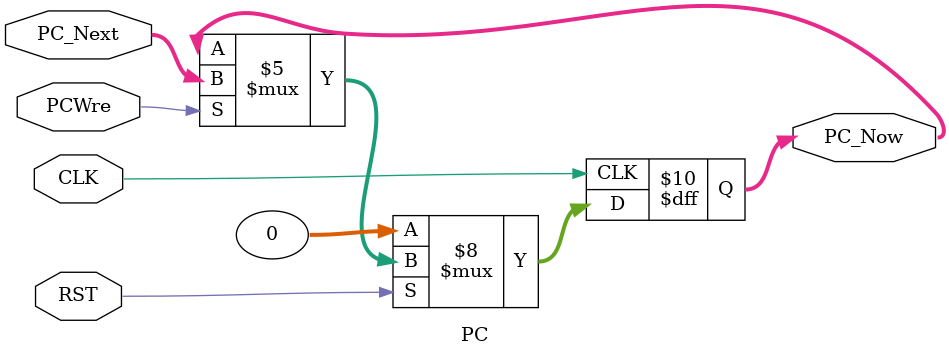
<source format=v>
`timescale 1ns / 1ps


module PC(
    input CLK,
    input RST,
    input PCWre,
    input [31:0] PC_Next,
    output reg [31:0] PC_Now
    );
    always@(posedge CLK)
            begin
                if(RST == 0)
                    begin
                        PC_Now <= 0;
                    end
                else
                    begin
                        if(PCWre != 0)
                            begin
                                  PC_Now <= PC_Next;
                            end     
                    end
            end
        initial
            begin
                PC_Now = 0;
            end
endmodule

</source>
